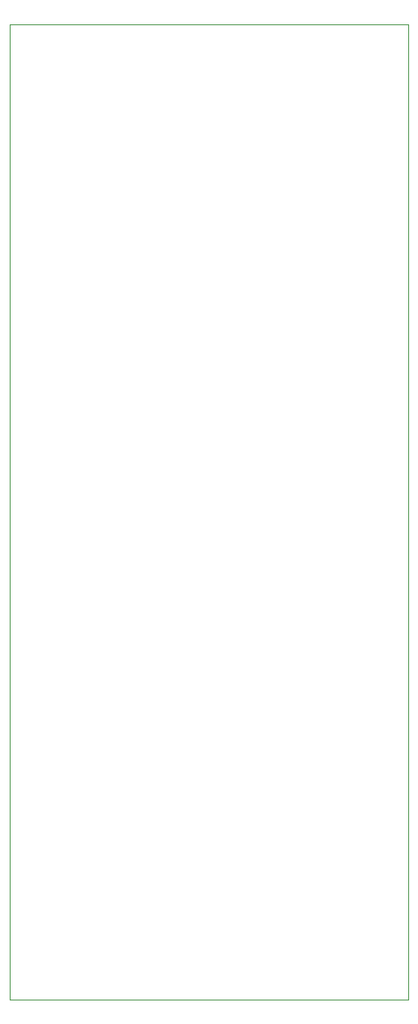
<source format=gbr>
%TF.GenerationSoftware,Altium Limited,Altium Designer,24.3.1 (35)*%
G04 Layer_Color=0*
%FSLAX45Y45*%
%MOMM*%
%TF.SameCoordinates,1C176170-2899-406E-8B2E-9C71E4A34281*%
%TF.FilePolarity,Positive*%
%TF.FileFunction,Profile,NP*%
%TF.Part,Single*%
G01*
G75*
%TA.AperFunction,Profile*%
%ADD14C,0.02540*%
D14*
X2540000Y2540000D02*
X6692900D01*
Y12700000D01*
X2540000D01*
Y2540000D01*
%TF.MD5,6db484c73ee53b10322f5140e0f0faf8*%
M02*

</source>
